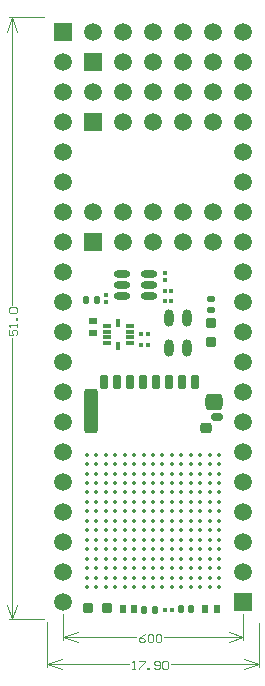
<source format=gts>
%FSLAX44Y44*%
%MOMM*%
G71*
G01*
G75*
G04 Layer_Color=8388736*
G04:AMPARAMS|DCode=10|XSize=0.6mm|YSize=0.5mm|CornerRadius=0.05mm|HoleSize=0mm|Usage=FLASHONLY|Rotation=90.000|XOffset=0mm|YOffset=0mm|HoleType=Round|Shape=RoundedRectangle|*
%AMROUNDEDRECTD10*
21,1,0.6000,0.4000,0,0,90.0*
21,1,0.5000,0.5000,0,0,90.0*
1,1,0.1000,0.2000,0.2500*
1,1,0.1000,0.2000,-0.2500*
1,1,0.1000,-0.2000,-0.2500*
1,1,0.1000,-0.2000,0.2500*
%
%ADD10ROUNDEDRECTD10*%
G04:AMPARAMS|DCode=11|XSize=0.4mm|YSize=0.37mm|CornerRadius=0.037mm|HoleSize=0mm|Usage=FLASHONLY|Rotation=90.000|XOffset=0mm|YOffset=0mm|HoleType=Round|Shape=RoundedRectangle|*
%AMROUNDEDRECTD11*
21,1,0.4000,0.2960,0,0,90.0*
21,1,0.3260,0.3700,0,0,90.0*
1,1,0.0740,0.1480,0.1630*
1,1,0.0740,0.1480,-0.1630*
1,1,0.0740,-0.1480,-0.1630*
1,1,0.0740,-0.1480,0.1630*
%
%ADD11ROUNDEDRECTD11*%
G04:AMPARAMS|DCode=12|XSize=0.4mm|YSize=0.37mm|CornerRadius=0.037mm|HoleSize=0mm|Usage=FLASHONLY|Rotation=180.000|XOffset=0mm|YOffset=0mm|HoleType=Round|Shape=RoundedRectangle|*
%AMROUNDEDRECTD12*
21,1,0.4000,0.2960,0,0,180.0*
21,1,0.3260,0.3700,0,0,180.0*
1,1,0.0740,-0.1630,0.1480*
1,1,0.0740,0.1630,0.1480*
1,1,0.0740,0.1630,-0.1480*
1,1,0.0740,-0.1630,-0.1480*
%
%ADD12ROUNDEDRECTD12*%
G04:AMPARAMS|DCode=13|XSize=0.76mm|YSize=0.27mm|CornerRadius=0.027mm|HoleSize=0mm|Usage=FLASHONLY|Rotation=90.000|XOffset=0mm|YOffset=0mm|HoleType=Round|Shape=RoundedRectangle|*
%AMROUNDEDRECTD13*
21,1,0.7600,0.2160,0,0,90.0*
21,1,0.7060,0.2700,0,0,90.0*
1,1,0.0540,0.1080,0.3530*
1,1,0.0540,0.1080,-0.3530*
1,1,0.0540,-0.1080,-0.3530*
1,1,0.0540,-0.1080,0.3530*
%
%ADD13ROUNDEDRECTD13*%
G04:AMPARAMS|DCode=14|XSize=0.76mm|YSize=0.27mm|CornerRadius=0.027mm|HoleSize=0mm|Usage=FLASHONLY|Rotation=180.000|XOffset=0mm|YOffset=0mm|HoleType=Round|Shape=RoundedRectangle|*
%AMROUNDEDRECTD14*
21,1,0.7600,0.2160,0,0,180.0*
21,1,0.7060,0.2700,0,0,180.0*
1,1,0.0540,-0.3530,0.1080*
1,1,0.0540,0.3530,0.1080*
1,1,0.0540,0.3530,-0.1080*
1,1,0.0540,-0.3530,-0.1080*
%
%ADD14ROUNDEDRECTD14*%
G04:AMPARAMS|DCode=15|XSize=3.79mm|YSize=1.2mm|CornerRadius=0.3mm|HoleSize=0mm|Usage=FLASHONLY|Rotation=270.000|XOffset=0mm|YOffset=0mm|HoleType=Round|Shape=RoundedRectangle|*
%AMROUNDEDRECTD15*
21,1,3.7900,0.6000,0,0,270.0*
21,1,3.1900,1.2000,0,0,270.0*
1,1,0.6000,-0.3000,-1.5950*
1,1,0.6000,-0.3000,1.5950*
1,1,0.6000,0.3000,1.5950*
1,1,0.6000,0.3000,-1.5950*
%
%ADD15ROUNDEDRECTD15*%
G04:AMPARAMS|DCode=16|XSize=0.6mm|YSize=1.25mm|CornerRadius=0.15mm|HoleSize=0mm|Usage=FLASHONLY|Rotation=0.000|XOffset=0mm|YOffset=0mm|HoleType=Round|Shape=RoundedRectangle|*
%AMROUNDEDRECTD16*
21,1,0.6000,0.9500,0,0,0.0*
21,1,0.3000,1.2500,0,0,0.0*
1,1,0.3000,0.1500,-0.4750*
1,1,0.3000,-0.1500,-0.4750*
1,1,0.3000,-0.1500,0.4750*
1,1,0.3000,0.1500,0.4750*
%
%ADD16ROUNDEDRECTD16*%
G04:AMPARAMS|DCode=17|XSize=1.45mm|YSize=1.4mm|CornerRadius=0.35mm|HoleSize=0mm|Usage=FLASHONLY|Rotation=0.000|XOffset=0mm|YOffset=0mm|HoleType=Round|Shape=RoundedRectangle|*
%AMROUNDEDRECTD17*
21,1,1.4500,0.7000,0,0,0.0*
21,1,0.7500,1.4000,0,0,0.0*
1,1,0.7000,0.3750,-0.3500*
1,1,0.7000,-0.3750,-0.3500*
1,1,0.7000,-0.3750,0.3500*
1,1,0.7000,0.3750,0.3500*
%
%ADD17ROUNDEDRECTD17*%
G04:AMPARAMS|DCode=18|XSize=1mm|YSize=0.6mm|CornerRadius=0.15mm|HoleSize=0mm|Usage=FLASHONLY|Rotation=180.000|XOffset=0mm|YOffset=0mm|HoleType=Round|Shape=RoundedRectangle|*
%AMROUNDEDRECTD18*
21,1,1.0000,0.3000,0,0,180.0*
21,1,0.7000,0.6000,0,0,180.0*
1,1,0.3000,-0.3500,0.1500*
1,1,0.3000,0.3500,0.1500*
1,1,0.3000,0.3500,-0.1500*
1,1,0.3000,-0.3500,-0.1500*
%
%ADD18ROUNDEDRECTD18*%
G04:AMPARAMS|DCode=19|XSize=0.95mm|YSize=0.85mm|CornerRadius=0.2125mm|HoleSize=0mm|Usage=FLASHONLY|Rotation=180.000|XOffset=0mm|YOffset=0mm|HoleType=Round|Shape=RoundedRectangle|*
%AMROUNDEDRECTD19*
21,1,0.9500,0.4250,0,0,180.0*
21,1,0.5250,0.8500,0,0,180.0*
1,1,0.4250,-0.2625,0.2125*
1,1,0.4250,0.2625,0.2125*
1,1,0.4250,0.2625,-0.2125*
1,1,0.4250,-0.2625,-0.2125*
%
%ADD19ROUNDEDRECTD19*%
%ADD20O,0.8000X1.4700*%
G04:AMPARAMS|DCode=21|XSize=0.6mm|YSize=0.5mm|CornerRadius=0.05mm|HoleSize=0mm|Usage=FLASHONLY|Rotation=180.000|XOffset=0mm|YOffset=0mm|HoleType=Round|Shape=RoundedRectangle|*
%AMROUNDEDRECTD21*
21,1,0.6000,0.4000,0,0,180.0*
21,1,0.5000,0.5000,0,0,180.0*
1,1,0.1000,-0.2500,0.2000*
1,1,0.1000,0.2500,0.2000*
1,1,0.1000,0.2500,-0.2000*
1,1,0.1000,-0.2500,-0.2000*
%
%ADD21ROUNDEDRECTD21*%
G04:AMPARAMS|DCode=22|XSize=0.8mm|YSize=0.8mm|CornerRadius=0.12mm|HoleSize=0mm|Usage=FLASHONLY|Rotation=270.000|XOffset=0mm|YOffset=0mm|HoleType=Round|Shape=RoundedRectangle|*
%AMROUNDEDRECTD22*
21,1,0.8000,0.5600,0,0,270.0*
21,1,0.5600,0.8000,0,0,270.0*
1,1,0.2400,-0.2800,-0.2800*
1,1,0.2400,-0.2800,0.2800*
1,1,0.2400,0.2800,0.2800*
1,1,0.2400,0.2800,-0.2800*
%
%ADD22ROUNDEDRECTD22*%
%ADD23O,1.4000X0.6000*%
%ADD24C,0.3500*%
%ADD25R,0.5400X0.7400*%
G04:AMPARAMS|DCode=26|XSize=0.8mm|YSize=0.8mm|CornerRadius=0.12mm|HoleSize=0mm|Usage=FLASHONLY|Rotation=0.000|XOffset=0mm|YOffset=0mm|HoleType=Round|Shape=RoundedRectangle|*
%AMROUNDEDRECTD26*
21,1,0.8000,0.5600,0,0,0.0*
21,1,0.5600,0.8000,0,0,0.0*
1,1,0.2400,0.2800,-0.2800*
1,1,0.2400,-0.2800,-0.2800*
1,1,0.2400,-0.2800,0.2800*
1,1,0.2400,0.2800,0.2800*
%
%ADD26ROUNDEDRECTD26*%
%ADD27R,0.7400X0.5400*%
%ADD28C,0.1000*%
%ADD29C,0.0750*%
%ADD30C,0.1500*%
%ADD31C,0.0751*%
%ADD32C,0.3000*%
%ADD33C,1.5000*%
%ADD34R,1.5000X1.5000*%
%ADD35R,1.5000X1.5000*%
G04:AMPARAMS|DCode=36|XSize=1.38mm|YSize=1.05mm|CornerRadius=0.105mm|HoleSize=0mm|Usage=FLASHONLY|Rotation=270.000|XOffset=0mm|YOffset=0mm|HoleType=Round|Shape=RoundedRectangle|*
%AMROUNDEDRECTD36*
21,1,1.3800,0.8400,0,0,270.0*
21,1,1.1700,1.0500,0,0,270.0*
1,1,0.2100,-0.4200,-0.5850*
1,1,0.2100,-0.4200,0.5850*
1,1,0.2100,0.4200,0.5850*
1,1,0.2100,0.4200,-0.5850*
%
%ADD36ROUNDEDRECTD36*%
%ADD37O,1.6000X0.6000*%
G04:AMPARAMS|DCode=38|XSize=0.9mm|YSize=0.8mm|CornerRadius=0.08mm|HoleSize=0mm|Usage=FLASHONLY|Rotation=180.000|XOffset=0mm|YOffset=0mm|HoleType=Round|Shape=RoundedRectangle|*
%AMROUNDEDRECTD38*
21,1,0.9000,0.6400,0,0,180.0*
21,1,0.7400,0.8000,0,0,180.0*
1,1,0.1600,-0.3700,0.3200*
1,1,0.1600,0.3700,0.3200*
1,1,0.1600,0.3700,-0.3200*
1,1,0.1600,-0.3700,-0.3200*
%
%ADD38ROUNDEDRECTD38*%
%ADD39R,0.9000X2.2500*%
G04:AMPARAMS|DCode=40|XSize=0.3mm|YSize=0.6mm|CornerRadius=0.0495mm|HoleSize=0mm|Usage=FLASHONLY|Rotation=0.000|XOffset=0mm|YOffset=0mm|HoleType=Round|Shape=RoundedRectangle|*
%AMROUNDEDRECTD40*
21,1,0.3000,0.5010,0,0,0.0*
21,1,0.2010,0.6000,0,0,0.0*
1,1,0.0990,0.1005,-0.2505*
1,1,0.0990,-0.1005,-0.2505*
1,1,0.0990,-0.1005,0.2505*
1,1,0.0990,0.1005,0.2505*
%
%ADD40ROUNDEDRECTD40*%
G04:AMPARAMS|DCode=41|XSize=0.3mm|YSize=0.6mm|CornerRadius=0.0495mm|HoleSize=0mm|Usage=FLASHONLY|Rotation=270.000|XOffset=0mm|YOffset=0mm|HoleType=Round|Shape=RoundedRectangle|*
%AMROUNDEDRECTD41*
21,1,0.3000,0.5010,0,0,270.0*
21,1,0.2010,0.6000,0,0,270.0*
1,1,0.0990,-0.2505,-0.1005*
1,1,0.0990,-0.2505,0.1005*
1,1,0.0990,0.2505,0.1005*
1,1,0.0990,0.2505,-0.1005*
%
%ADD41ROUNDEDRECTD41*%
G04:AMPARAMS|DCode=42|XSize=1.38mm|YSize=1.05mm|CornerRadius=0.105mm|HoleSize=0mm|Usage=FLASHONLY|Rotation=0.000|XOffset=0mm|YOffset=0mm|HoleType=Round|Shape=RoundedRectangle|*
%AMROUNDEDRECTD42*
21,1,1.3800,0.8400,0,0,0.0*
21,1,1.1700,1.0500,0,0,0.0*
1,1,0.2100,0.5850,-0.4200*
1,1,0.2100,-0.5850,-0.4200*
1,1,0.2100,-0.5850,0.4200*
1,1,0.2100,0.5850,0.4200*
%
%ADD42ROUNDEDRECTD42*%
%ADD43C,0.8000*%
%ADD44C,0.2000*%
%ADD45C,0.1500*%
D10*
X91301Y8000D02*
D03*
X82301D02*
D03*
X32676Y270122D02*
D03*
X41676D02*
D03*
X112800Y8500D02*
D03*
X121799D02*
D03*
D11*
X79550Y241400D02*
D03*
X85250D02*
D03*
X79550Y232500D02*
D03*
X85250D02*
D03*
X99450Y269900D02*
D03*
X105150D02*
D03*
X105150Y278000D02*
D03*
X99450D02*
D03*
X99650Y8000D02*
D03*
X105350D02*
D03*
D12*
X99700Y287550D02*
D03*
Y293250D02*
D03*
X49700Y274650D02*
D03*
Y268950D02*
D03*
D13*
X60001Y231551D02*
D03*
Y251051D02*
D03*
D14*
X50251Y233801D02*
D03*
Y238801D02*
D03*
Y243801D02*
D03*
Y248801D02*
D03*
X69751D02*
D03*
Y243801D02*
D03*
Y238801D02*
D03*
Y233801D02*
D03*
D15*
X36675Y176450D02*
D03*
D16*
X125175Y201250D02*
D03*
X114175D02*
D03*
X103175D02*
D03*
X92175D02*
D03*
X81175D02*
D03*
X70175D02*
D03*
X59175D02*
D03*
X48175D02*
D03*
D17*
X141475Y184001D02*
D03*
D18*
X143725Y171500D02*
D03*
D19*
X134425Y161750D02*
D03*
D20*
X118100Y230100D02*
D03*
Y255500D02*
D03*
X103100D02*
D03*
Y230100D02*
D03*
D21*
X138500Y271200D02*
D03*
Y262200D02*
D03*
D22*
X138500Y235100D02*
D03*
Y251100D02*
D03*
D23*
X63200Y292700D02*
D03*
Y283200D02*
D03*
Y273700D02*
D03*
X86200D02*
D03*
Y292700D02*
D03*
Y283200D02*
D03*
D24*
X145500Y139500D02*
D03*
Y131500D02*
D03*
Y123500D02*
D03*
Y115500D02*
D03*
Y107500D02*
D03*
Y99500D02*
D03*
Y91500D02*
D03*
Y83500D02*
D03*
Y75500D02*
D03*
Y67500D02*
D03*
Y59500D02*
D03*
Y51500D02*
D03*
Y43500D02*
D03*
Y35500D02*
D03*
Y27500D02*
D03*
X137500Y139500D02*
D03*
Y131500D02*
D03*
Y123500D02*
D03*
Y115500D02*
D03*
Y107500D02*
D03*
Y99500D02*
D03*
Y91500D02*
D03*
Y83500D02*
D03*
Y75500D02*
D03*
Y67500D02*
D03*
Y59500D02*
D03*
Y51500D02*
D03*
Y43500D02*
D03*
Y35500D02*
D03*
Y27500D02*
D03*
X129500Y139500D02*
D03*
Y131500D02*
D03*
Y123500D02*
D03*
Y115500D02*
D03*
Y107500D02*
D03*
Y99500D02*
D03*
Y91500D02*
D03*
Y83500D02*
D03*
Y75500D02*
D03*
Y67500D02*
D03*
Y59500D02*
D03*
Y51500D02*
D03*
Y43500D02*
D03*
Y35500D02*
D03*
Y27500D02*
D03*
X121500Y139500D02*
D03*
Y131500D02*
D03*
Y123500D02*
D03*
Y115500D02*
D03*
Y107500D02*
D03*
Y99500D02*
D03*
Y91500D02*
D03*
Y83500D02*
D03*
Y75500D02*
D03*
Y67500D02*
D03*
Y59500D02*
D03*
Y51500D02*
D03*
Y43500D02*
D03*
Y35500D02*
D03*
Y27500D02*
D03*
X113500Y139500D02*
D03*
Y131500D02*
D03*
Y123500D02*
D03*
Y115500D02*
D03*
Y107500D02*
D03*
Y99500D02*
D03*
Y91500D02*
D03*
Y83500D02*
D03*
Y75500D02*
D03*
Y67500D02*
D03*
Y59500D02*
D03*
Y51500D02*
D03*
Y43500D02*
D03*
Y35500D02*
D03*
Y27500D02*
D03*
X105500Y139500D02*
D03*
Y131500D02*
D03*
Y123500D02*
D03*
Y115500D02*
D03*
Y107500D02*
D03*
Y99500D02*
D03*
Y91500D02*
D03*
Y83500D02*
D03*
Y75500D02*
D03*
Y67500D02*
D03*
Y59500D02*
D03*
Y51500D02*
D03*
Y43500D02*
D03*
Y35500D02*
D03*
Y27500D02*
D03*
X97500Y139500D02*
D03*
Y131500D02*
D03*
Y123500D02*
D03*
Y115500D02*
D03*
Y107500D02*
D03*
Y99500D02*
D03*
Y91500D02*
D03*
Y83500D02*
D03*
Y75500D02*
D03*
Y67500D02*
D03*
Y59500D02*
D03*
Y51500D02*
D03*
Y43500D02*
D03*
Y35500D02*
D03*
Y27500D02*
D03*
X89500Y139500D02*
D03*
Y131500D02*
D03*
Y123500D02*
D03*
Y115500D02*
D03*
Y107500D02*
D03*
Y99500D02*
D03*
Y91500D02*
D03*
Y83500D02*
D03*
Y75500D02*
D03*
Y67500D02*
D03*
Y59500D02*
D03*
Y51500D02*
D03*
Y43500D02*
D03*
Y35500D02*
D03*
Y27500D02*
D03*
X81500Y139500D02*
D03*
Y131500D02*
D03*
Y123500D02*
D03*
Y115500D02*
D03*
Y107500D02*
D03*
Y99500D02*
D03*
Y91500D02*
D03*
Y83500D02*
D03*
Y75500D02*
D03*
Y67500D02*
D03*
Y59500D02*
D03*
Y51500D02*
D03*
Y43500D02*
D03*
Y35500D02*
D03*
Y27500D02*
D03*
X73500Y139500D02*
D03*
Y131500D02*
D03*
Y123500D02*
D03*
Y115500D02*
D03*
Y107500D02*
D03*
Y99500D02*
D03*
Y91500D02*
D03*
Y83500D02*
D03*
Y75500D02*
D03*
Y67500D02*
D03*
Y59500D02*
D03*
Y51500D02*
D03*
Y43500D02*
D03*
Y35500D02*
D03*
Y27500D02*
D03*
X65500Y139500D02*
D03*
Y131500D02*
D03*
Y123500D02*
D03*
Y115500D02*
D03*
Y107500D02*
D03*
Y99500D02*
D03*
Y91500D02*
D03*
Y83500D02*
D03*
Y75500D02*
D03*
Y67500D02*
D03*
Y59500D02*
D03*
Y51500D02*
D03*
Y43500D02*
D03*
Y35500D02*
D03*
Y27500D02*
D03*
X57500Y139500D02*
D03*
Y131500D02*
D03*
Y123500D02*
D03*
Y115500D02*
D03*
Y107500D02*
D03*
Y99500D02*
D03*
Y91500D02*
D03*
Y83500D02*
D03*
Y75500D02*
D03*
Y67500D02*
D03*
Y59500D02*
D03*
Y51500D02*
D03*
Y43500D02*
D03*
Y35500D02*
D03*
Y27500D02*
D03*
X49500Y139500D02*
D03*
Y131500D02*
D03*
Y123500D02*
D03*
Y115500D02*
D03*
Y107500D02*
D03*
Y99500D02*
D03*
Y91500D02*
D03*
Y83500D02*
D03*
Y75500D02*
D03*
Y67500D02*
D03*
Y59500D02*
D03*
Y51500D02*
D03*
Y43500D02*
D03*
Y35500D02*
D03*
Y27500D02*
D03*
X41500Y139500D02*
D03*
Y131500D02*
D03*
Y123500D02*
D03*
Y115500D02*
D03*
Y107500D02*
D03*
Y99500D02*
D03*
Y91500D02*
D03*
Y83500D02*
D03*
Y75500D02*
D03*
Y67500D02*
D03*
Y59500D02*
D03*
Y51500D02*
D03*
Y43500D02*
D03*
Y35500D02*
D03*
Y27500D02*
D03*
X33500Y139500D02*
D03*
Y131500D02*
D03*
Y123500D02*
D03*
Y115500D02*
D03*
Y107500D02*
D03*
Y99500D02*
D03*
Y91500D02*
D03*
Y83500D02*
D03*
Y75500D02*
D03*
Y67500D02*
D03*
Y59500D02*
D03*
Y51500D02*
D03*
Y43500D02*
D03*
Y35500D02*
D03*
Y27500D02*
D03*
D25*
X63800Y9000D02*
D03*
X73800D02*
D03*
X133300Y8800D02*
D03*
X143300D02*
D03*
D26*
X50700Y9500D02*
D03*
X34700D02*
D03*
D27*
X38424Y242826D02*
D03*
Y252826D02*
D03*
D28*
X-32540Y0D02*
X-2540D01*
X-32540Y510000D02*
X-2590D01*
X-30000Y0D02*
Y238337D01*
Y266663D02*
Y510000D01*
Y0D02*
X-25833Y12500D01*
X-34167D02*
X-30000Y0D01*
X-34167Y497500D02*
X-30000Y510000D01*
X-25833Y497500D01*
X179000Y-40040D02*
Y-2590D01*
X0Y-40040D02*
Y-2540D01*
X104662Y-37500D02*
X179000D01*
X0D02*
X69338D01*
X166500Y-33333D02*
X179000Y-37500D01*
X166500Y-41667D02*
X179000Y-37500D01*
X0D02*
X12500Y-41667D01*
X0Y-37500D02*
X12500Y-33333D01*
X166000Y-17540D02*
Y4660D01*
X13500Y-17540D02*
Y4660D01*
X99080Y-15000D02*
X166000D01*
X13500D02*
X75420D01*
X153500Y-10833D02*
X166000Y-15000D01*
X153500Y-19167D02*
X166000Y-15000D01*
X13500D02*
X26000Y-19167D01*
X13500Y-15000D02*
X26000Y-10833D01*
X-32499Y245502D02*
Y240837D01*
X-29000D01*
X-30166Y243170D01*
Y244336D01*
X-29000Y245502D01*
X-26667D01*
X-25501Y244336D01*
Y242003D01*
X-26667Y240837D01*
X-25501Y247835D02*
Y250167D01*
Y249001D01*
X-32499D01*
X-31333Y247835D01*
X-25501Y253666D02*
X-26667D01*
Y254832D01*
X-25501D01*
Y253666D01*
X-31333Y259498D02*
X-32499Y260664D01*
Y262997D01*
X-31333Y264163D01*
X-26667D01*
X-25501Y262997D01*
Y260664D01*
X-26667Y259498D01*
X-31333D01*
X71838Y-41999D02*
X74171D01*
X73004D01*
Y-35001D01*
X71838Y-36168D01*
X77670Y-35001D02*
X82335D01*
Y-36168D01*
X77670Y-40833D01*
Y-41999D01*
X84667D02*
Y-40833D01*
X85834D01*
Y-41999D01*
X84667D01*
X90499Y-40833D02*
X91665Y-41999D01*
X93998D01*
X95164Y-40833D01*
Y-36168D01*
X93998Y-35001D01*
X91665D01*
X90499Y-36168D01*
Y-37334D01*
X91665Y-38500D01*
X95164D01*
X97497Y-36168D02*
X98663Y-35001D01*
X100996D01*
X102162Y-36168D01*
Y-40833D01*
X100996Y-41999D01*
X98663D01*
X97497Y-40833D01*
Y-36168D01*
X82585Y-12501D02*
X80252Y-13668D01*
X77920Y-16000D01*
Y-18333D01*
X79086Y-19499D01*
X81418D01*
X82585Y-18333D01*
Y-17166D01*
X81418Y-16000D01*
X77920D01*
X84917Y-13668D02*
X86084Y-12501D01*
X88416D01*
X89582Y-13668D01*
Y-18333D01*
X88416Y-19499D01*
X86084D01*
X84917Y-18333D01*
Y-13668D01*
X91915D02*
X93081Y-12501D01*
X95414D01*
X96580Y-13668D01*
Y-18333D01*
X95414Y-19499D01*
X93081D01*
X91915Y-18333D01*
Y-13668D01*
D33*
X140600Y497300D02*
D03*
Y471900D02*
D03*
X115200Y497300D02*
D03*
Y471900D02*
D03*
X89800Y497300D02*
D03*
Y471900D02*
D03*
X64400Y497300D02*
D03*
Y471900D02*
D03*
X39000Y497300D02*
D03*
Y446500D02*
D03*
X64400Y421100D02*
D03*
Y446500D02*
D03*
X89800Y421100D02*
D03*
Y446500D02*
D03*
X115200Y421100D02*
D03*
Y446500D02*
D03*
X140600Y421100D02*
D03*
Y446500D02*
D03*
X39000Y344900D02*
D03*
X64400Y319500D02*
D03*
Y344900D02*
D03*
X89800Y319500D02*
D03*
Y344900D02*
D03*
X115200Y319500D02*
D03*
Y344900D02*
D03*
X140600Y319500D02*
D03*
Y344900D02*
D03*
X166000Y40100D02*
D03*
Y243300D02*
D03*
Y268700D02*
D03*
X13500Y167100D02*
D03*
Y192500D02*
D03*
Y141700D02*
D03*
Y116300D02*
D03*
Y217900D02*
D03*
Y243300D02*
D03*
Y268700D02*
D03*
Y294100D02*
D03*
Y319500D02*
D03*
Y344900D02*
D03*
Y370300D02*
D03*
Y395700D02*
D03*
Y421100D02*
D03*
Y446500D02*
D03*
Y471900D02*
D03*
X166000Y370300D02*
D03*
Y497300D02*
D03*
Y471900D02*
D03*
Y446500D02*
D03*
Y421100D02*
D03*
Y395700D02*
D03*
Y344900D02*
D03*
Y319500D02*
D03*
Y294100D02*
D03*
Y217900D02*
D03*
Y90900D02*
D03*
Y65500D02*
D03*
Y141700D02*
D03*
Y116300D02*
D03*
Y192500D02*
D03*
Y167100D02*
D03*
X13500Y90900D02*
D03*
Y65500D02*
D03*
Y40100D02*
D03*
Y14700D02*
D03*
D34*
X39000Y471900D02*
D03*
X166000Y14700D02*
D03*
X13500Y497300D02*
D03*
D35*
X39000Y421100D02*
D03*
Y319500D02*
D03*
D45*
X126800Y96800D02*
D03*
X128100Y135100D02*
D03*
X144100Y143100D02*
D03*
Y135100D02*
D03*
X138900Y143100D02*
D03*
Y135100D02*
D03*
Y127100D02*
D03*
Y119100D02*
D03*
X121700Y144300D02*
D03*
X129700Y143200D02*
D03*
X128100Y127100D02*
D03*
X122900Y127900D02*
D03*
X123100Y119900D02*
D03*
X88900Y210000D02*
D03*
X67275Y166500D02*
D03*
X133300Y155600D02*
D03*
X128600Y152000D02*
D03*
X30500Y119600D02*
D03*
X52350Y104550D02*
D03*
X59200Y103800D02*
D03*
X100100Y70500D02*
D03*
X103700Y135900D02*
D03*
X89500Y143200D02*
D03*
X62800Y134300D02*
D03*
X38700Y120800D02*
D03*
X54700D02*
D03*
X46800Y118300D02*
D03*
X60300Y118200D02*
D03*
X36200Y88700D02*
D03*
X30800Y102300D02*
D03*
X36200Y104700D02*
D03*
X44200D02*
D03*
X64100Y103100D02*
D03*
X76300Y110200D02*
D03*
Y102200D02*
D03*
X78800Y134300D02*
D03*
Y126300D02*
D03*
X107800Y127900D02*
D03*
X92300Y126200D02*
D03*
X100300Y118200D02*
D03*
X92300D02*
D03*
X86800Y110300D02*
D03*
X84200Y104700D02*
D03*
X84300Y94200D02*
D03*
X92300Y102200D02*
D03*
Y94200D02*
D03*
X100300D02*
D03*
Y102200D02*
D03*
X108300D02*
D03*
X116300D02*
D03*
X148200Y88700D02*
D03*
X124300Y86200D02*
D03*
X133800Y88100D02*
D03*
X100300Y86200D02*
D03*
X108300D02*
D03*
Y78200D02*
D03*
X116300Y94200D02*
D03*
Y86200D02*
D03*
X140200Y104700D02*
D03*
X148200Y96700D02*
D03*
X141300Y55800D02*
D03*
X68000Y48600D02*
D03*
X127100Y262700D02*
D03*
X116100Y70700D02*
D03*
X78700Y48800D02*
D03*
X94600Y48600D02*
D03*
X106900Y187000D02*
D03*
X83900Y224900D02*
D03*
X158100Y260600D02*
D03*
X35300Y223900D02*
D03*
X71375Y221075D02*
D03*
Y228100D02*
D03*
X30600Y31700D02*
D03*
X100900Y22800D02*
D03*
X110700Y24700D02*
D03*
X46500Y47500D02*
D03*
X37900Y31500D02*
D03*
X68200Y88800D02*
D03*
Y78200D02*
D03*
X60200Y88800D02*
D03*
X106000Y144200D02*
D03*
X110900Y62100D02*
D03*
X116200Y151700D02*
D03*
X115300Y156400D02*
D03*
X102900Y54200D02*
D03*
X102800Y62200D02*
D03*
X133300Y150900D02*
D03*
X70175Y191750D02*
D03*
X96000Y151000D02*
D03*
X105000Y149600D02*
D03*
X27200Y143100D02*
D03*
Y149500D02*
D03*
X78675Y166200D02*
D03*
X52100Y148700D02*
D03*
X65125Y159300D02*
D03*
X116200Y78200D02*
D03*
X76100Y78100D02*
D03*
X84100Y70100D02*
D03*
X76200Y94200D02*
D03*
X107900Y93900D02*
D03*
X46800Y56800D02*
D03*
X30700Y64800D02*
D03*
X33500Y23800D02*
D03*
X127300Y63400D02*
D03*
X92100Y62300D02*
D03*
X84100Y62100D02*
D03*
X84100Y46200D02*
D03*
X44200Y70300D02*
D03*
X60100Y62200D02*
D03*
X68100Y56900D02*
D03*
X60000Y78100D02*
D03*
X46400Y78600D02*
D03*
X38800Y80800D02*
D03*
X33500Y149000D02*
D03*
X40500D02*
D03*
X47500D02*
D03*
X65500D02*
D03*
X76100Y62100D02*
D03*
X52200Y88800D02*
D03*
X148200Y104700D02*
D03*
X134800Y102300D02*
D03*
X140200Y88800D02*
D03*
Y80800D02*
D03*
Y72800D02*
D03*
X54500Y32300D02*
D03*
X95800Y8000D02*
D03*
X92200Y78200D02*
D03*
X108800Y71300D02*
D03*
X148400Y8500D02*
D03*
X148550Y14850D02*
D03*
X83750Y248300D02*
D03*
X96300Y262750D02*
D03*
X25500Y9500D02*
D03*
X86000Y16300D02*
D03*
X108100Y288400D02*
D03*
X79900Y237500D02*
D03*
X80100Y228600D02*
D03*
X106900Y180900D02*
D03*
X35700Y235000D02*
D03*
X147900Y39550D02*
D03*
X124400Y185000D02*
D03*
X124900Y167000D02*
D03*
X84400Y214899D02*
D03*
X133900Y223900D02*
D03*
Y208700D02*
D03*
Y216400D02*
D03*
X84800Y267500D02*
D03*
X79500Y260300D02*
D03*
X44400Y229200D02*
D03*
X48900D02*
D03*
X57600Y302100D02*
D03*
X51200Y301900D02*
D03*
X40700Y299600D02*
D03*
M02*

</source>
